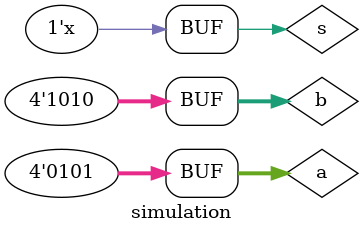
<source format=v>
`timescale 1ns / 1ps


module simulation();
    reg [3:0] a;
    reg [3:0] b;
    reg s;
    wire [3:0] y;
    
    mux2tol mux(.a(a),.b(b),.s(s),.y(y));
    initial begin
        a <= 4'd5;
        b <= 4'd10;
        s <= 1'd0;
    end
    always #5 s <= ~s;
endmodule

</source>
